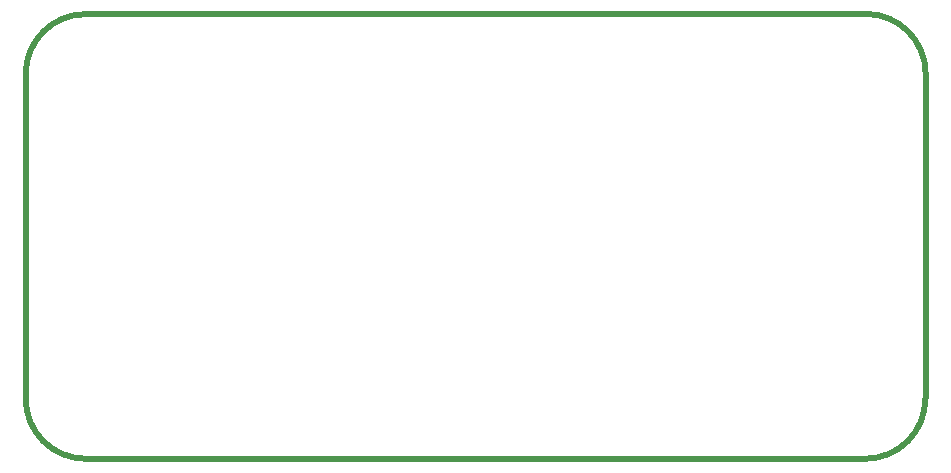
<source format=gko>
G04*
G04 #@! TF.GenerationSoftware,Altium Limited,Altium Designer,24.1.2 (44)*
G04*
G04 Layer_Color=16711935*
%FSLAX25Y25*%
%MOIN*%
G70*
G04*
G04 #@! TF.SameCoordinates,BA2A6252-B6BC-40F5-9E12-03139480D726*
G04*
G04*
G04 #@! TF.FilePolarity,Positive*
G04*
G01*
G75*
%ADD14C,0.02000*%
D14*
X0Y20000D02*
G03*
X20000Y0I20000J0D01*
G01*
X279900D02*
G03*
X299900Y20000I0J20000D01*
G01*
X300000Y128300D02*
G03*
X280000Y148300I-20000J0D01*
G01*
X20000Y148200D02*
G03*
X0Y128200I0J-20000D01*
G01*
X0Y20000D01*
X300000Y20100D02*
Y128300D01*
X299900Y20000D02*
X300000Y20100D01*
X20000Y0D02*
X279900D01*
X20100Y148300D02*
X280000D01*
X20000Y148200D02*
X20100Y148300D01*
M02*

</source>
